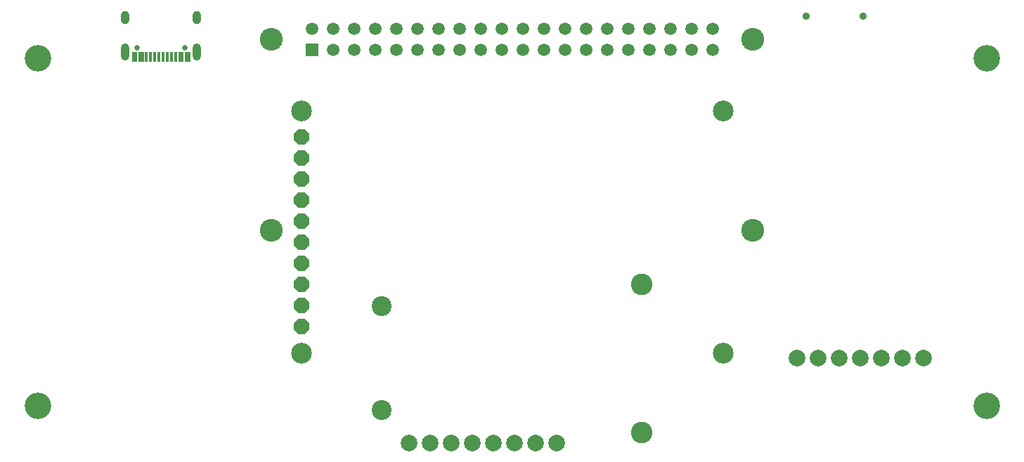
<source format=gbr>
%TF.GenerationSoftware,KiCad,Pcbnew,(6.0.2)*%
%TF.CreationDate,2022-04-12T00:42:21+02:00*%
%TF.ProjectId,raspi_game,72617370-695f-4676-916d-652e6b696361,rev?*%
%TF.SameCoordinates,Original*%
%TF.FileFunction,Soldermask,Bot*%
%TF.FilePolarity,Negative*%
%FSLAX46Y46*%
G04 Gerber Fmt 4.6, Leading zero omitted, Abs format (unit mm)*
G04 Created by KiCad (PCBNEW (6.0.2)) date 2022-04-12 00:42:21*
%MOMM*%
%LPD*%
G01*
G04 APERTURE LIST*
G04 Aperture macros list*
%AMOutline5P*
0 Free polygon, 5 corners , with rotation*
0 The origin of the aperture is its center*
0 number of corners: always 5*
0 $1 to $10 corner X, Y*
0 $11 Rotation angle, in degrees counterclockwise*
0 create outline with 5 corners*
4,1,5,$1,$2,$3,$4,$5,$6,$7,$8,$9,$10,$1,$2,$11*%
%AMOutline6P*
0 Free polygon, 6 corners , with rotation*
0 The origin of the aperture is its center*
0 number of corners: always 6*
0 $1 to $12 corner X, Y*
0 $13 Rotation angle, in degrees counterclockwise*
0 create outline with 6 corners*
4,1,6,$1,$2,$3,$4,$5,$6,$7,$8,$9,$10,$11,$12,$1,$2,$13*%
%AMOutline7P*
0 Free polygon, 7 corners , with rotation*
0 The origin of the aperture is its center*
0 number of corners: always 7*
0 $1 to $14 corner X, Y*
0 $15 Rotation angle, in degrees counterclockwise*
0 create outline with 7 corners*
4,1,7,$1,$2,$3,$4,$5,$6,$7,$8,$9,$10,$11,$12,$13,$14,$1,$2,$15*%
%AMOutline8P*
0 Free polygon, 8 corners , with rotation*
0 The origin of the aperture is its center*
0 number of corners: always 8*
0 $1 to $16 corner X, Y*
0 $17 Rotation angle, in degrees counterclockwise*
0 create outline with 8 corners*
4,1,8,$1,$2,$3,$4,$5,$6,$7,$8,$9,$10,$11,$12,$13,$14,$15,$16,$1,$2,$17*%
G04 Aperture macros list end*
%ADD10C,3.200000*%
%ADD11C,0.900000*%
%ADD12C,2.750000*%
%ADD13R,1.508000X1.508000*%
%ADD14C,1.508000*%
%ADD15C,2.500000*%
%ADD16Outline8P,-0.900000X0.450000X-0.450000X0.900000X0.450000X0.900000X0.900000X0.450000X0.900000X-0.450000X0.450000X-0.900000X-0.450000X-0.900000X-0.900000X-0.450000X180.000000*%
%ADD17C,2.600000*%
%ADD18C,2.400000*%
%ADD19C,2.000000*%
%ADD20C,0.650000*%
%ADD21R,0.300000X1.150000*%
%ADD22O,1.000000X1.600000*%
%ADD23O,1.000000X2.100000*%
G04 APERTURE END LIST*
D10*
%TO.C,REF\u002A\u002A*%
X76200000Y-70485000D03*
%TD*%
%TO.C,REF\u002A\u002A*%
X76200000Y-112395000D03*
%TD*%
D11*
%TO.C,SW9*%
X168812000Y-65405000D03*
X175612000Y-65405000D03*
%TD*%
D12*
%TO.C,A1*%
X162350000Y-68260000D03*
X104350000Y-91260000D03*
X162350000Y-91260000D03*
X104350000Y-68260000D03*
D13*
X109220000Y-69530000D03*
D14*
X109220000Y-66990000D03*
X111760000Y-69530000D03*
X111760000Y-66990000D03*
X114300000Y-69530000D03*
X114300000Y-66990000D03*
X116840000Y-69530000D03*
X116840000Y-66990000D03*
X119380000Y-69530000D03*
X119380000Y-66990000D03*
X121920000Y-69530000D03*
X121920000Y-66990000D03*
X124460000Y-69530000D03*
X124460000Y-66990000D03*
X127000000Y-69530000D03*
X127000000Y-66990000D03*
X129540000Y-69530000D03*
X129540000Y-66990000D03*
X132080000Y-69530000D03*
X132080000Y-66990000D03*
X134620000Y-69530000D03*
X134620000Y-66990000D03*
X137160000Y-69530000D03*
X137160000Y-66990000D03*
X139700000Y-69530000D03*
X139700000Y-66990000D03*
X142240000Y-69530000D03*
X142240000Y-66990000D03*
X144780000Y-69530000D03*
X144780000Y-66990000D03*
X147320000Y-69530000D03*
X147320000Y-66990000D03*
X149860000Y-69530000D03*
X149860000Y-66990000D03*
X152400000Y-69530000D03*
X152400000Y-66990000D03*
X154940000Y-69530000D03*
X154940000Y-66990000D03*
X157480000Y-69530000D03*
X157480000Y-66990000D03*
%TD*%
D10*
%TO.C,REF\u002A\u002A*%
X190500000Y-112395000D03*
%TD*%
%TO.C,REF\u002A\u002A*%
X190500000Y-70485000D03*
%TD*%
D15*
%TO.C,U1*%
X107950000Y-76835000D03*
X158750000Y-76835000D03*
X158750000Y-106045000D03*
X107950000Y-106045000D03*
D16*
X107950000Y-102870000D03*
X107950000Y-100330000D03*
X107950000Y-97790000D03*
X107950000Y-95250000D03*
X107950000Y-92710000D03*
X107950000Y-90170000D03*
X107950000Y-87630000D03*
X107950000Y-85090000D03*
X107950000Y-82550000D03*
X107950000Y-80010000D03*
%TD*%
D17*
%TO.C,U4*%
X148994000Y-115610000D03*
X148994000Y-97750000D03*
D18*
X117616000Y-100382000D03*
X117616000Y-112978000D03*
D19*
X138684000Y-116880000D03*
X136144000Y-116880000D03*
X133604000Y-116880000D03*
X131064000Y-116880000D03*
X128524000Y-116880000D03*
X125984000Y-116880000D03*
X123444000Y-116880000D03*
X120904000Y-116880000D03*
%TD*%
%TO.C,U3*%
X182880000Y-106705400D03*
X180340000Y-106705400D03*
X177800000Y-106705400D03*
X175260000Y-106705400D03*
X172720000Y-106705400D03*
X170180000Y-106705400D03*
X167640000Y-106705400D03*
%TD*%
D20*
%TO.C,J1*%
X88169000Y-69280000D03*
X93949000Y-69280000D03*
D21*
X87709000Y-70345000D03*
X88509000Y-70345000D03*
X89809000Y-70345000D03*
X90809000Y-70345000D03*
X91309000Y-70345000D03*
X92309000Y-70345000D03*
X93609000Y-70345000D03*
X94409000Y-70345000D03*
X94109000Y-70345000D03*
X93309000Y-70345000D03*
X92809000Y-70345000D03*
X91809000Y-70345000D03*
X90309000Y-70345000D03*
X89309000Y-70345000D03*
X88809000Y-70345000D03*
X88009000Y-70345000D03*
D22*
X95379000Y-65600000D03*
D23*
X86739000Y-69780000D03*
X95379000Y-69780000D03*
D22*
X86739000Y-65600000D03*
%TD*%
M02*

</source>
